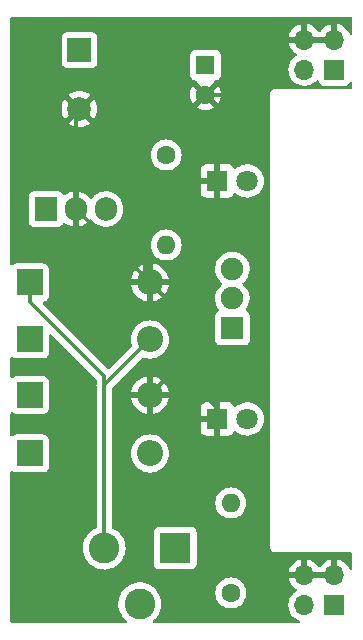
<source format=gbl>
%TF.GenerationSoftware,KiCad,Pcbnew,(6.0.1)*%
%TF.CreationDate,2022-04-22T15:44:46-05:00*%
%TF.ProjectId,BreadboardPowerSupply_v2,42726561-6462-46f6-9172-64506f776572,2*%
%TF.SameCoordinates,Original*%
%TF.FileFunction,Copper,L2,Bot*%
%TF.FilePolarity,Positive*%
%FSLAX46Y46*%
G04 Gerber Fmt 4.6, Leading zero omitted, Abs format (unit mm)*
G04 Created by KiCad (PCBNEW (6.0.1)) date 2022-04-22 15:44:46*
%MOMM*%
%LPD*%
G01*
G04 APERTURE LIST*
%TA.AperFunction,ComponentPad*%
%ADD10R,1.700000X1.700000*%
%TD*%
%TA.AperFunction,ComponentPad*%
%ADD11O,1.700000X1.700000*%
%TD*%
%TA.AperFunction,ComponentPad*%
%ADD12R,1.600000X1.600000*%
%TD*%
%TA.AperFunction,ComponentPad*%
%ADD13C,1.600000*%
%TD*%
%TA.AperFunction,ComponentPad*%
%ADD14O,1.600000X1.600000*%
%TD*%
%TA.AperFunction,ComponentPad*%
%ADD15R,2.600000X2.600000*%
%TD*%
%TA.AperFunction,ComponentPad*%
%ADD16C,2.600000*%
%TD*%
%TA.AperFunction,ComponentPad*%
%ADD17R,2.000000X2.000000*%
%TD*%
%TA.AperFunction,ComponentPad*%
%ADD18C,2.000000*%
%TD*%
%TA.AperFunction,ComponentPad*%
%ADD19R,1.905000X2.000000*%
%TD*%
%TA.AperFunction,ComponentPad*%
%ADD20O,1.905000X2.000000*%
%TD*%
%TA.AperFunction,ComponentPad*%
%ADD21R,2.200000X2.200000*%
%TD*%
%TA.AperFunction,ComponentPad*%
%ADD22O,2.200000X2.200000*%
%TD*%
%TA.AperFunction,ComponentPad*%
%ADD23R,1.800000X1.800000*%
%TD*%
%TA.AperFunction,ComponentPad*%
%ADD24C,1.800000*%
%TD*%
%TA.AperFunction,ComponentPad*%
%ADD25R,1.900000X1.900000*%
%TD*%
%TA.AperFunction,ComponentPad*%
%ADD26C,1.900000*%
%TD*%
%TA.AperFunction,Conductor*%
%ADD27C,0.300000*%
%TD*%
G04 APERTURE END LIST*
D10*
%TO.P,J2,1,Pin_1*%
%TO.N,/Vout2*%
X167772000Y-113924000D03*
D11*
%TO.P,J2,2,Pin_2*%
X165232000Y-113924000D03*
%TO.P,J2,3,Pin_3*%
%TO.N,/V-*%
X167772000Y-111384000D03*
%TO.P,J2,4,Pin_4*%
X165232000Y-111384000D03*
%TD*%
D12*
%TO.P,C2,1*%
%TO.N,/Vout1*%
X156845000Y-68199000D03*
D13*
%TO.P,C2,2*%
%TO.N,/V-*%
X156845000Y-70699000D03*
%TD*%
%TO.P,R1,1*%
%TO.N,/Vout1*%
X159004000Y-112903000D03*
D14*
%TO.P,R1,2*%
%TO.N,Net-(D5-Pad2)*%
X159004000Y-105283000D03*
%TD*%
D15*
%TO.P,J1,1*%
%TO.N,/V1*%
X154282000Y-109105000D03*
D16*
%TO.P,J1,2*%
%TO.N,/V2*%
X148282000Y-109105000D03*
%TO.P,J1,3*%
%TO.N,unconnected-(J1-Pad3)*%
X151282000Y-113805000D03*
%TD*%
D17*
%TO.P,C1,1*%
%TO.N,/Vin*%
X146177000Y-66929000D03*
D18*
%TO.P,C1,2*%
%TO.N,/V-*%
X146177000Y-71929000D03*
%TD*%
D19*
%TO.P,U1,1,VI*%
%TO.N,/Vin*%
X143346000Y-80391000D03*
D20*
%TO.P,U1,2,GND*%
%TO.N,/V-*%
X145886000Y-80391000D03*
%TO.P,U1,3,VO*%
%TO.N,/Vout1*%
X148426000Y-80391000D03*
%TD*%
D21*
%TO.P,D1,1,K*%
%TO.N,/Vin*%
X141986000Y-101092000D03*
D22*
%TO.P,D1,2,A*%
%TO.N,/V1*%
X152146000Y-101092000D03*
%TD*%
D21*
%TO.P,D2,1,K*%
%TO.N,/V1*%
X141986000Y-96139000D03*
D22*
%TO.P,D2,2,A*%
%TO.N,/V-*%
X152146000Y-96139000D03*
%TD*%
D23*
%TO.P,D5,1,K*%
%TO.N,/V-*%
X157856000Y-98164000D03*
D24*
%TO.P,D5,2,A*%
%TO.N,Net-(D5-Pad2)*%
X160396000Y-98164000D03*
%TD*%
D21*
%TO.P,D3,1,K*%
%TO.N,/Vin*%
X141986000Y-91440000D03*
D22*
%TO.P,D3,2,A*%
%TO.N,/V2*%
X152146000Y-91440000D03*
%TD*%
D13*
%TO.P,R2,1*%
%TO.N,/Vout2*%
X153521000Y-75819000D03*
D14*
%TO.P,R2,2*%
%TO.N,Net-(D6-Pad2)*%
X153521000Y-83439000D03*
%TD*%
D10*
%TO.P,J3,1,Pin_1*%
%TO.N,/Vout2*%
X167772000Y-68585000D03*
D11*
%TO.P,J3,2,Pin_2*%
X165232000Y-68585000D03*
%TO.P,J3,3,Pin_3*%
%TO.N,/V-*%
X167772000Y-66045000D03*
%TO.P,J3,4,Pin_4*%
X165232000Y-66045000D03*
%TD*%
D25*
%TO.P,SW1,1,A*%
%TO.N,/Vout2*%
X159131000Y-90468000D03*
D26*
%TO.P,SW1,2,B*%
%TO.N,/Vout1*%
X159131000Y-87968000D03*
%TO.P,SW1,3,C*%
%TO.N,unconnected-(SW1-Pad3)*%
X159131000Y-85468000D03*
%TD*%
D21*
%TO.P,D4,1,K*%
%TO.N,/V2*%
X141986000Y-86614000D03*
D22*
%TO.P,D4,2,A*%
%TO.N,/V-*%
X152146000Y-86614000D03*
%TD*%
D23*
%TO.P,D6,1,K*%
%TO.N,/V-*%
X157856000Y-78012000D03*
D24*
%TO.P,D6,2,A*%
%TO.N,Net-(D6-Pad2)*%
X160396000Y-78012000D03*
%TD*%
D27*
%TO.N,/V-*%
X151765000Y-81280000D02*
X155033000Y-78012000D01*
X155321000Y-91884500D02*
X153543000Y-93662500D01*
X157856000Y-100325000D02*
X161290000Y-103759000D01*
X157856000Y-98164000D02*
X157856000Y-100325000D01*
X145886000Y-80391000D02*
X145886000Y-72220000D01*
X161925000Y-109156500D02*
X161925000Y-110363000D01*
X145886000Y-72220000D02*
X146177000Y-71929000D01*
X161290000Y-108521500D02*
X161925000Y-109156500D01*
X152146000Y-86614000D02*
X155321000Y-89789000D01*
X165232000Y-66045000D02*
X167772000Y-66045000D01*
X145923000Y-80391000D02*
X145886000Y-80391000D01*
X152146000Y-86614000D02*
X151765000Y-86233000D01*
X153543000Y-93662500D02*
X153543000Y-94742000D01*
X161925000Y-110363000D02*
X162946000Y-111384000D01*
X151765000Y-86233000D02*
X151765000Y-81280000D01*
X156718000Y-96139000D02*
X157856000Y-97277000D01*
X157856000Y-97277000D02*
X157856000Y-98164000D01*
X152146000Y-96139000D02*
X156718000Y-96139000D01*
X153543000Y-94742000D02*
X152146000Y-96139000D01*
X155321000Y-89789000D02*
X155321000Y-91884500D01*
X163449000Y-66040000D02*
X163454000Y-66045000D01*
X157856000Y-78012000D02*
X157856000Y-71710000D01*
X156845000Y-70699000D02*
X158790000Y-70699000D01*
X161290000Y-103759000D02*
X161290000Y-108521500D01*
X165232000Y-111384000D02*
X167772000Y-111384000D01*
X163454000Y-66045000D02*
X165232000Y-66045000D01*
X152146000Y-86614000D02*
X145923000Y-80391000D01*
X158790000Y-70699000D02*
X163449000Y-66040000D01*
X162946000Y-111384000D02*
X165232000Y-111384000D01*
X155033000Y-78012000D02*
X157856000Y-78012000D01*
X157856000Y-71710000D02*
X156845000Y-70699000D01*
%TO.N,/V2*%
X141986000Y-88265000D02*
X141986000Y-86614000D01*
X148282000Y-109105000D02*
X148282000Y-95304000D01*
X148282000Y-94561000D02*
X141986000Y-88265000D01*
X148282000Y-95304000D02*
X152146000Y-91440000D01*
X148282000Y-95304000D02*
X148282000Y-94561000D01*
%TD*%
%TA.AperFunction,Conductor*%
%TO.N,/V-*%
G36*
X169233121Y-64155002D02*
G01*
X169279614Y-64208658D01*
X169291000Y-64261000D01*
X169291000Y-65526861D01*
X169270998Y-65594982D01*
X169217342Y-65641475D01*
X169147068Y-65651579D01*
X169082488Y-65622085D01*
X169049450Y-65577103D01*
X168974972Y-65405814D01*
X168970105Y-65396739D01*
X168854426Y-65217926D01*
X168848136Y-65209757D01*
X168704806Y-65052240D01*
X168697273Y-65045215D01*
X168530139Y-64913222D01*
X168521552Y-64907517D01*
X168335117Y-64804599D01*
X168325705Y-64800369D01*
X168124959Y-64729280D01*
X168114988Y-64726646D01*
X168043837Y-64713972D01*
X168030540Y-64715432D01*
X168026000Y-64729989D01*
X168026000Y-66173000D01*
X168005998Y-66241121D01*
X167952342Y-66287614D01*
X167900000Y-66299000D01*
X163915225Y-66299000D01*
X163901694Y-66302973D01*
X163900257Y-66312966D01*
X163930565Y-66447446D01*
X163933645Y-66457275D01*
X164013770Y-66654603D01*
X164018413Y-66663794D01*
X164129694Y-66845388D01*
X164135777Y-66853699D01*
X164275213Y-67014667D01*
X164282580Y-67021883D01*
X164446434Y-67157916D01*
X164454881Y-67163831D01*
X164523969Y-67204203D01*
X164572693Y-67255842D01*
X164585764Y-67325625D01*
X164559033Y-67391396D01*
X164518584Y-67424752D01*
X164505607Y-67431507D01*
X164501474Y-67434610D01*
X164501471Y-67434612D01*
X164331100Y-67562530D01*
X164326965Y-67565635D01*
X164287525Y-67606907D01*
X164233280Y-67663671D01*
X164172629Y-67727138D01*
X164046743Y-67911680D01*
X164014784Y-67980531D01*
X163987497Y-68039316D01*
X163952688Y-68114305D01*
X163892989Y-68329570D01*
X163869251Y-68551695D01*
X163882110Y-68774715D01*
X163883247Y-68779761D01*
X163883248Y-68779767D01*
X163907304Y-68886508D01*
X163931222Y-68992639D01*
X164015266Y-69199616D01*
X164017965Y-69204020D01*
X164114935Y-69362261D01*
X164131987Y-69390088D01*
X164278250Y-69558938D01*
X164450126Y-69701632D01*
X164643000Y-69814338D01*
X164851692Y-69894030D01*
X164856760Y-69895061D01*
X164856763Y-69895062D01*
X164964017Y-69916883D01*
X165070597Y-69938567D01*
X165075772Y-69938757D01*
X165075774Y-69938757D01*
X165288673Y-69946564D01*
X165288677Y-69946564D01*
X165293837Y-69946753D01*
X165298957Y-69946097D01*
X165298959Y-69946097D01*
X165510288Y-69919025D01*
X165510289Y-69919025D01*
X165515416Y-69918368D01*
X165520366Y-69916883D01*
X165724429Y-69855661D01*
X165724434Y-69855659D01*
X165729384Y-69854174D01*
X165929994Y-69755896D01*
X166111860Y-69626173D01*
X166220091Y-69518319D01*
X166282462Y-69484404D01*
X166353268Y-69489592D01*
X166410030Y-69532238D01*
X166427012Y-69563341D01*
X166435973Y-69587245D01*
X166471385Y-69681705D01*
X166558739Y-69798261D01*
X166675295Y-69885615D01*
X166811684Y-69936745D01*
X166873866Y-69943500D01*
X168670134Y-69943500D01*
X168732316Y-69936745D01*
X168868705Y-69885615D01*
X168985261Y-69798261D01*
X169027563Y-69741818D01*
X169064174Y-69692968D01*
X169121033Y-69650453D01*
X169191852Y-69645427D01*
X169254145Y-69679487D01*
X169288135Y-69741818D01*
X169291000Y-69768533D01*
X169291000Y-70105000D01*
X169270998Y-70173121D01*
X169217342Y-70219614D01*
X169165000Y-70231000D01*
X162822702Y-70231000D01*
X162821932Y-70230998D01*
X162821078Y-70230993D01*
X162744348Y-70230524D01*
X162735719Y-70232990D01*
X162735714Y-70232991D01*
X162715952Y-70238639D01*
X162699191Y-70242217D01*
X162678848Y-70245130D01*
X162678838Y-70245133D01*
X162669955Y-70246405D01*
X162646605Y-70257021D01*
X162629093Y-70263464D01*
X162616200Y-70267149D01*
X162604435Y-70270512D01*
X162579452Y-70286274D01*
X162564386Y-70294404D01*
X162537490Y-70306633D01*
X162518061Y-70323374D01*
X162503053Y-70334479D01*
X162481369Y-70348160D01*
X162475427Y-70354888D01*
X162461819Y-70370296D01*
X162449627Y-70382340D01*
X162427253Y-70401619D01*
X162422374Y-70409147D01*
X162422371Y-70409150D01*
X162413304Y-70423139D01*
X162402014Y-70438013D01*
X162385044Y-70457228D01*
X162372490Y-70483966D01*
X162364176Y-70498935D01*
X162348107Y-70523727D01*
X162345535Y-70532327D01*
X162340761Y-70548290D01*
X162334099Y-70565736D01*
X162323201Y-70588948D01*
X162321820Y-70597821D01*
X162318658Y-70618128D01*
X162314874Y-70634849D01*
X162308986Y-70654536D01*
X162308985Y-70654539D01*
X162306413Y-70663141D01*
X162306228Y-70693525D01*
X162306203Y-70697546D01*
X162306170Y-70698328D01*
X162306000Y-70699423D01*
X162306000Y-70730298D01*
X162305998Y-70731068D01*
X162305524Y-70808652D01*
X162305908Y-70809996D01*
X162306000Y-70811341D01*
X162306000Y-108957298D01*
X162305998Y-108958068D01*
X162305524Y-109035652D01*
X162307990Y-109044281D01*
X162307991Y-109044286D01*
X162313639Y-109064048D01*
X162317217Y-109080809D01*
X162320130Y-109101152D01*
X162320133Y-109101162D01*
X162321405Y-109110045D01*
X162332021Y-109133395D01*
X162338464Y-109150907D01*
X162345512Y-109175565D01*
X162361274Y-109200548D01*
X162369404Y-109215614D01*
X162381633Y-109242510D01*
X162398374Y-109261939D01*
X162409479Y-109276947D01*
X162423160Y-109298631D01*
X162429888Y-109304573D01*
X162445296Y-109318181D01*
X162457340Y-109330373D01*
X162476619Y-109352747D01*
X162484147Y-109357626D01*
X162484150Y-109357629D01*
X162498139Y-109366696D01*
X162513013Y-109377986D01*
X162532228Y-109394956D01*
X162540354Y-109398771D01*
X162540355Y-109398772D01*
X162546021Y-109401432D01*
X162558966Y-109407510D01*
X162573935Y-109415824D01*
X162598727Y-109431893D01*
X162607327Y-109434465D01*
X162623290Y-109439239D01*
X162640736Y-109445901D01*
X162663948Y-109456799D01*
X162693130Y-109461343D01*
X162709849Y-109465126D01*
X162729536Y-109471014D01*
X162729539Y-109471015D01*
X162738141Y-109473587D01*
X162747116Y-109473642D01*
X162747117Y-109473642D01*
X162753810Y-109473683D01*
X162772556Y-109473797D01*
X162773328Y-109473830D01*
X162774423Y-109474000D01*
X162805298Y-109474000D01*
X162806068Y-109474002D01*
X162879716Y-109474452D01*
X162879717Y-109474452D01*
X162883652Y-109474476D01*
X162884996Y-109474092D01*
X162886341Y-109474000D01*
X169165000Y-109474000D01*
X169233121Y-109494002D01*
X169279614Y-109547658D01*
X169291000Y-109600000D01*
X169291000Y-110865861D01*
X169270998Y-110933982D01*
X169217342Y-110980475D01*
X169147068Y-110990579D01*
X169082488Y-110961085D01*
X169049450Y-110916103D01*
X168974972Y-110744814D01*
X168970105Y-110735739D01*
X168854426Y-110556926D01*
X168848136Y-110548757D01*
X168704806Y-110391240D01*
X168697273Y-110384215D01*
X168530139Y-110252222D01*
X168521552Y-110246517D01*
X168335117Y-110143599D01*
X168325705Y-110139369D01*
X168124959Y-110068280D01*
X168114988Y-110065646D01*
X168043837Y-110052972D01*
X168030540Y-110054432D01*
X168026000Y-110068989D01*
X168026000Y-111512000D01*
X168005998Y-111580121D01*
X167952342Y-111626614D01*
X167900000Y-111638000D01*
X163915225Y-111638000D01*
X163901694Y-111641973D01*
X163900257Y-111651966D01*
X163930565Y-111786446D01*
X163933645Y-111796275D01*
X164013770Y-111993603D01*
X164018413Y-112002794D01*
X164129694Y-112184388D01*
X164135777Y-112192699D01*
X164275213Y-112353667D01*
X164282580Y-112360883D01*
X164446434Y-112496916D01*
X164454881Y-112502831D01*
X164523969Y-112543203D01*
X164572693Y-112594842D01*
X164585764Y-112664625D01*
X164559033Y-112730396D01*
X164518584Y-112763752D01*
X164505607Y-112770507D01*
X164501474Y-112773610D01*
X164501471Y-112773612D01*
X164331100Y-112901530D01*
X164326965Y-112904635D01*
X164287525Y-112945907D01*
X164233280Y-113002671D01*
X164172629Y-113066138D01*
X164046743Y-113250680D01*
X163952688Y-113453305D01*
X163892989Y-113668570D01*
X163869251Y-113890695D01*
X163869548Y-113895848D01*
X163869548Y-113895851D01*
X163877318Y-114030604D01*
X163882110Y-114113715D01*
X163883247Y-114118761D01*
X163883248Y-114118767D01*
X163905273Y-114216498D01*
X163931222Y-114331639D01*
X164015266Y-114538616D01*
X164131987Y-114729088D01*
X164278250Y-114897938D01*
X164450126Y-115040632D01*
X164643000Y-115153338D01*
X164647825Y-115155180D01*
X164647826Y-115155181D01*
X164763336Y-115199290D01*
X164819839Y-115242278D01*
X164844132Y-115308989D01*
X164828502Y-115378243D01*
X164777911Y-115428054D01*
X164718387Y-115443000D01*
X152490091Y-115443000D01*
X152421970Y-115422998D01*
X152375477Y-115369342D01*
X152365373Y-115299068D01*
X152394867Y-115234488D01*
X152408679Y-115220833D01*
X152422090Y-115209480D01*
X152553149Y-115098530D01*
X152730382Y-114896434D01*
X152774020Y-114828592D01*
X152873269Y-114674291D01*
X152875797Y-114670361D01*
X152986199Y-114425278D01*
X153023209Y-114294051D01*
X153057893Y-114171072D01*
X153057894Y-114171069D01*
X153059163Y-114166568D01*
X153077043Y-114026019D01*
X153092688Y-113903045D01*
X153092688Y-113903041D01*
X153093086Y-113899915D01*
X153093193Y-113895851D01*
X153095488Y-113808160D01*
X153095571Y-113805000D01*
X153075650Y-113536937D01*
X153057856Y-113458297D01*
X153017361Y-113279331D01*
X153017360Y-113279326D01*
X153016327Y-113274763D01*
X152918902Y-113024238D01*
X152849609Y-112903000D01*
X157690502Y-112903000D01*
X157710457Y-113131087D01*
X157711881Y-113136400D01*
X157711881Y-113136402D01*
X157747787Y-113270402D01*
X157769716Y-113352243D01*
X157772039Y-113357224D01*
X157772039Y-113357225D01*
X157864151Y-113554762D01*
X157864154Y-113554767D01*
X157866477Y-113559749D01*
X157869634Y-113564257D01*
X157942675Y-113668570D01*
X157997802Y-113747300D01*
X158159700Y-113909198D01*
X158164208Y-113912355D01*
X158164211Y-113912357D01*
X158242389Y-113967098D01*
X158347251Y-114040523D01*
X158352233Y-114042846D01*
X158352238Y-114042849D01*
X158549775Y-114134961D01*
X158554757Y-114137284D01*
X158560065Y-114138706D01*
X158560067Y-114138707D01*
X158770598Y-114195119D01*
X158770600Y-114195119D01*
X158775913Y-114196543D01*
X159004000Y-114216498D01*
X159232087Y-114196543D01*
X159237400Y-114195119D01*
X159237402Y-114195119D01*
X159447933Y-114138707D01*
X159447935Y-114138706D01*
X159453243Y-114137284D01*
X159458225Y-114134961D01*
X159655762Y-114042849D01*
X159655767Y-114042846D01*
X159660749Y-114040523D01*
X159765611Y-113967098D01*
X159843789Y-113912357D01*
X159843792Y-113912355D01*
X159848300Y-113909198D01*
X160010198Y-113747300D01*
X160065326Y-113668570D01*
X160138366Y-113564257D01*
X160141523Y-113559749D01*
X160143846Y-113554767D01*
X160143849Y-113554762D01*
X160235961Y-113357225D01*
X160235961Y-113357224D01*
X160238284Y-113352243D01*
X160260214Y-113270402D01*
X160296119Y-113136402D01*
X160296119Y-113136400D01*
X160297543Y-113131087D01*
X160317498Y-112903000D01*
X160297543Y-112674913D01*
X160296119Y-112669598D01*
X160239707Y-112459067D01*
X160239706Y-112459065D01*
X160238284Y-112453757D01*
X160235961Y-112448775D01*
X160143849Y-112251238D01*
X160143846Y-112251233D01*
X160141523Y-112246251D01*
X160010198Y-112058700D01*
X159848300Y-111896802D01*
X159843792Y-111893645D01*
X159843789Y-111893643D01*
X159695924Y-111790107D01*
X159660749Y-111765477D01*
X159655767Y-111763154D01*
X159655762Y-111763151D01*
X159458225Y-111671039D01*
X159458224Y-111671039D01*
X159453243Y-111668716D01*
X159447935Y-111667294D01*
X159447933Y-111667293D01*
X159237402Y-111610881D01*
X159237400Y-111610881D01*
X159232087Y-111609457D01*
X159004000Y-111589502D01*
X158775913Y-111609457D01*
X158770600Y-111610881D01*
X158770598Y-111610881D01*
X158560067Y-111667293D01*
X158560065Y-111667294D01*
X158554757Y-111668716D01*
X158549776Y-111671039D01*
X158549775Y-111671039D01*
X158352238Y-111763151D01*
X158352233Y-111763154D01*
X158347251Y-111765477D01*
X158312076Y-111790107D01*
X158164211Y-111893643D01*
X158164208Y-111893645D01*
X158159700Y-111896802D01*
X157997802Y-112058700D01*
X157866477Y-112246251D01*
X157864154Y-112251233D01*
X157864151Y-112251238D01*
X157772039Y-112448775D01*
X157769716Y-112453757D01*
X157768294Y-112459065D01*
X157768293Y-112459067D01*
X157711881Y-112669598D01*
X157710457Y-112674913D01*
X157690502Y-112903000D01*
X152849609Y-112903000D01*
X152785518Y-112790864D01*
X152781764Y-112786101D01*
X152671044Y-112645654D01*
X152619105Y-112579769D01*
X152423317Y-112395591D01*
X152232139Y-112262965D01*
X152206299Y-112245039D01*
X152206296Y-112245037D01*
X152202457Y-112242374D01*
X152198264Y-112240306D01*
X151965564Y-112125551D01*
X151965561Y-112125550D01*
X151961376Y-112123486D01*
X151913745Y-112108239D01*
X151829221Y-112081183D01*
X151705370Y-112041538D01*
X151700763Y-112040788D01*
X151700760Y-112040787D01*
X151444674Y-111999081D01*
X151444675Y-111999081D01*
X151440063Y-111998330D01*
X151309719Y-111996624D01*
X151175961Y-111994873D01*
X151175958Y-111994873D01*
X151171284Y-111994812D01*
X150904937Y-112031060D01*
X150646874Y-112106278D01*
X150402763Y-112218815D01*
X150398854Y-112221378D01*
X150181881Y-112363631D01*
X150181876Y-112363635D01*
X150177968Y-112366197D01*
X149977426Y-112545188D01*
X149805544Y-112751854D01*
X149666096Y-112981656D01*
X149664287Y-112985970D01*
X149664285Y-112985974D01*
X149603435Y-113131087D01*
X149562148Y-113229545D01*
X149495981Y-113490077D01*
X149469050Y-113757526D01*
X149481947Y-114026019D01*
X149534388Y-114289656D01*
X149625220Y-114542646D01*
X149627432Y-114546762D01*
X149627433Y-114546765D01*
X149670049Y-114626077D01*
X149752450Y-114779431D01*
X149755241Y-114783168D01*
X149755245Y-114783175D01*
X149785286Y-114823404D01*
X149913281Y-114994810D01*
X149916590Y-114998090D01*
X149916595Y-114998096D01*
X150075058Y-115155181D01*
X150104180Y-115184050D01*
X150107942Y-115186808D01*
X150107945Y-115186811D01*
X150146920Y-115215388D01*
X150190028Y-115271799D01*
X150195795Y-115342560D01*
X150162390Y-115405207D01*
X150100418Y-115439849D01*
X150072415Y-115443000D01*
X140461000Y-115443000D01*
X140392879Y-115422998D01*
X140346386Y-115369342D01*
X140335000Y-115317000D01*
X140335000Y-111118183D01*
X163896389Y-111118183D01*
X163897912Y-111126607D01*
X163910292Y-111130000D01*
X164959885Y-111130000D01*
X164975124Y-111125525D01*
X164976329Y-111124135D01*
X164978000Y-111116452D01*
X164978000Y-111111885D01*
X165486000Y-111111885D01*
X165490475Y-111127124D01*
X165491865Y-111128329D01*
X165499548Y-111130000D01*
X167499885Y-111130000D01*
X167515124Y-111125525D01*
X167516329Y-111124135D01*
X167518000Y-111116452D01*
X167518000Y-110067102D01*
X167514082Y-110053758D01*
X167499806Y-110051771D01*
X167461324Y-110057660D01*
X167451288Y-110060051D01*
X167248868Y-110126212D01*
X167239359Y-110130209D01*
X167050463Y-110228542D01*
X167041738Y-110234036D01*
X166871433Y-110361905D01*
X166863726Y-110368748D01*
X166716590Y-110522717D01*
X166710104Y-110530727D01*
X166605193Y-110684521D01*
X166550282Y-110729524D01*
X166479757Y-110737695D01*
X166416010Y-110706441D01*
X166395313Y-110681957D01*
X166314427Y-110556926D01*
X166308136Y-110548757D01*
X166164806Y-110391240D01*
X166157273Y-110384215D01*
X165990139Y-110252222D01*
X165981552Y-110246517D01*
X165795117Y-110143599D01*
X165785705Y-110139369D01*
X165584959Y-110068280D01*
X165574988Y-110065646D01*
X165503837Y-110052972D01*
X165490540Y-110054432D01*
X165486000Y-110068989D01*
X165486000Y-111111885D01*
X164978000Y-111111885D01*
X164978000Y-110067102D01*
X164974082Y-110053758D01*
X164959806Y-110051771D01*
X164921324Y-110057660D01*
X164911288Y-110060051D01*
X164708868Y-110126212D01*
X164699359Y-110130209D01*
X164510463Y-110228542D01*
X164501738Y-110234036D01*
X164331433Y-110361905D01*
X164323726Y-110368748D01*
X164176590Y-110522717D01*
X164170104Y-110530727D01*
X164050098Y-110706649D01*
X164045000Y-110715623D01*
X163955338Y-110908783D01*
X163951775Y-110918470D01*
X163896389Y-111118183D01*
X140335000Y-111118183D01*
X140335000Y-102666449D01*
X140355002Y-102598328D01*
X140408658Y-102551835D01*
X140478932Y-102541731D01*
X140536565Y-102565623D01*
X140639295Y-102642615D01*
X140775684Y-102693745D01*
X140837866Y-102700500D01*
X143134134Y-102700500D01*
X143196316Y-102693745D01*
X143332705Y-102642615D01*
X143449261Y-102555261D01*
X143536615Y-102438705D01*
X143587745Y-102302316D01*
X143594500Y-102240134D01*
X143594500Y-99943866D01*
X143587745Y-99881684D01*
X143536615Y-99745295D01*
X143449261Y-99628739D01*
X143332705Y-99541385D01*
X143196316Y-99490255D01*
X143134134Y-99483500D01*
X140837866Y-99483500D01*
X140775684Y-99490255D01*
X140639295Y-99541385D01*
X140536565Y-99618377D01*
X140470059Y-99643225D01*
X140400676Y-99628172D01*
X140350446Y-99577998D01*
X140335000Y-99517551D01*
X140335000Y-97713449D01*
X140355002Y-97645328D01*
X140408658Y-97598835D01*
X140478932Y-97588731D01*
X140536565Y-97612623D01*
X140639295Y-97689615D01*
X140775684Y-97740745D01*
X140837866Y-97747500D01*
X143134134Y-97747500D01*
X143196316Y-97740745D01*
X143332705Y-97689615D01*
X143449261Y-97602261D01*
X143536615Y-97485705D01*
X143587745Y-97349316D01*
X143594500Y-97287134D01*
X143594500Y-94990866D01*
X143587745Y-94928684D01*
X143536615Y-94792295D01*
X143449261Y-94675739D01*
X143332705Y-94588385D01*
X143196316Y-94537255D01*
X143134134Y-94530500D01*
X140837866Y-94530500D01*
X140775684Y-94537255D01*
X140639295Y-94588385D01*
X140536565Y-94665377D01*
X140470059Y-94690225D01*
X140400676Y-94675172D01*
X140350446Y-94624998D01*
X140335000Y-94564551D01*
X140335000Y-93014449D01*
X140355002Y-92946328D01*
X140408658Y-92899835D01*
X140478932Y-92889731D01*
X140536565Y-92913623D01*
X140639295Y-92990615D01*
X140775684Y-93041745D01*
X140837866Y-93048500D01*
X143134134Y-93048500D01*
X143196316Y-93041745D01*
X143332705Y-92990615D01*
X143449261Y-92903261D01*
X143536615Y-92786705D01*
X143587745Y-92650316D01*
X143594500Y-92588134D01*
X143594500Y-91108950D01*
X143614502Y-91040829D01*
X143668158Y-90994336D01*
X143738432Y-90984232D01*
X143803012Y-91013726D01*
X143809595Y-91019855D01*
X147586595Y-94796855D01*
X147620621Y-94859167D01*
X147623500Y-94885950D01*
X147623500Y-95242259D01*
X147621949Y-95261969D01*
X147618594Y-95283152D01*
X147619340Y-95291043D01*
X147622941Y-95329138D01*
X147623500Y-95340996D01*
X147623500Y-107336396D01*
X147603498Y-107404517D01*
X147550251Y-107450822D01*
X147402763Y-107518815D01*
X147398854Y-107521378D01*
X147181881Y-107663631D01*
X147181876Y-107663635D01*
X147177968Y-107666197D01*
X146977426Y-107845188D01*
X146805544Y-108051854D01*
X146666096Y-108281656D01*
X146562148Y-108529545D01*
X146495981Y-108790077D01*
X146469050Y-109057526D01*
X146469274Y-109062192D01*
X146469274Y-109062197D01*
X146474720Y-109175565D01*
X146481947Y-109326019D01*
X146534388Y-109589656D01*
X146625220Y-109842646D01*
X146752450Y-110079431D01*
X146755241Y-110083168D01*
X146755245Y-110083175D01*
X146800366Y-110143599D01*
X146913281Y-110294810D01*
X146916590Y-110298090D01*
X146916595Y-110298096D01*
X147100863Y-110480762D01*
X147104180Y-110484050D01*
X147107942Y-110486808D01*
X147107945Y-110486811D01*
X147192429Y-110548757D01*
X147320954Y-110642995D01*
X147325089Y-110645171D01*
X147325093Y-110645173D01*
X147554698Y-110765975D01*
X147558840Y-110768154D01*
X147812613Y-110856775D01*
X147817206Y-110857647D01*
X148072109Y-110906042D01*
X148072112Y-110906042D01*
X148076698Y-110906913D01*
X148204370Y-110911929D01*
X148340625Y-110917283D01*
X148340630Y-110917283D01*
X148345293Y-110917466D01*
X148449607Y-110906042D01*
X148607844Y-110888713D01*
X148607850Y-110888712D01*
X148612497Y-110888203D01*
X148617021Y-110887012D01*
X148867918Y-110820956D01*
X148867920Y-110820955D01*
X148872441Y-110819765D01*
X148979795Y-110773642D01*
X149115120Y-110715502D01*
X149115122Y-110715501D01*
X149119414Y-110713657D01*
X149238071Y-110640230D01*
X149344017Y-110574669D01*
X149344021Y-110574666D01*
X149347990Y-110572210D01*
X149488648Y-110453134D01*
X152473500Y-110453134D01*
X152480255Y-110515316D01*
X152531385Y-110651705D01*
X152618739Y-110768261D01*
X152735295Y-110855615D01*
X152871684Y-110906745D01*
X152933866Y-110913500D01*
X155630134Y-110913500D01*
X155692316Y-110906745D01*
X155828705Y-110855615D01*
X155945261Y-110768261D01*
X156032615Y-110651705D01*
X156083745Y-110515316D01*
X156090500Y-110453134D01*
X156090500Y-107756866D01*
X156083745Y-107694684D01*
X156032615Y-107558295D01*
X155945261Y-107441739D01*
X155828705Y-107354385D01*
X155692316Y-107303255D01*
X155630134Y-107296500D01*
X152933866Y-107296500D01*
X152871684Y-107303255D01*
X152735295Y-107354385D01*
X152618739Y-107441739D01*
X152531385Y-107558295D01*
X152480255Y-107694684D01*
X152473500Y-107756866D01*
X152473500Y-110453134D01*
X149488648Y-110453134D01*
X149553149Y-110398530D01*
X149730382Y-110196434D01*
X149767088Y-110139369D01*
X149873269Y-109974291D01*
X149875797Y-109970361D01*
X149986199Y-109725278D01*
X150023209Y-109594051D01*
X150057893Y-109471072D01*
X150057894Y-109471069D01*
X150059163Y-109466568D01*
X150071221Y-109371786D01*
X150092688Y-109203045D01*
X150092688Y-109203041D01*
X150093086Y-109199915D01*
X150093950Y-109166937D01*
X150095488Y-109108160D01*
X150095571Y-109105000D01*
X150075650Y-108836937D01*
X150057435Y-108756435D01*
X150017361Y-108579331D01*
X150017360Y-108579326D01*
X150016327Y-108574763D01*
X149918902Y-108324238D01*
X149785518Y-108090864D01*
X149619105Y-107879769D01*
X149423317Y-107695591D01*
X149225407Y-107558295D01*
X149206299Y-107545039D01*
X149206296Y-107545037D01*
X149202457Y-107542374D01*
X149010771Y-107447845D01*
X148958523Y-107399776D01*
X148940500Y-107334839D01*
X148940500Y-105283000D01*
X157690502Y-105283000D01*
X157710457Y-105511087D01*
X157769716Y-105732243D01*
X157772039Y-105737224D01*
X157772039Y-105737225D01*
X157864151Y-105934762D01*
X157864154Y-105934767D01*
X157866477Y-105939749D01*
X157997802Y-106127300D01*
X158159700Y-106289198D01*
X158164208Y-106292355D01*
X158164211Y-106292357D01*
X158242389Y-106347098D01*
X158347251Y-106420523D01*
X158352233Y-106422846D01*
X158352238Y-106422849D01*
X158549775Y-106514961D01*
X158554757Y-106517284D01*
X158560065Y-106518706D01*
X158560067Y-106518707D01*
X158770598Y-106575119D01*
X158770600Y-106575119D01*
X158775913Y-106576543D01*
X159004000Y-106596498D01*
X159232087Y-106576543D01*
X159237400Y-106575119D01*
X159237402Y-106575119D01*
X159447933Y-106518707D01*
X159447935Y-106518706D01*
X159453243Y-106517284D01*
X159458225Y-106514961D01*
X159655762Y-106422849D01*
X159655767Y-106422846D01*
X159660749Y-106420523D01*
X159765611Y-106347098D01*
X159843789Y-106292357D01*
X159843792Y-106292355D01*
X159848300Y-106289198D01*
X160010198Y-106127300D01*
X160141523Y-105939749D01*
X160143846Y-105934767D01*
X160143849Y-105934762D01*
X160235961Y-105737225D01*
X160235961Y-105737224D01*
X160238284Y-105732243D01*
X160297543Y-105511087D01*
X160317498Y-105283000D01*
X160297543Y-105054913D01*
X160238284Y-104833757D01*
X160235961Y-104828775D01*
X160143849Y-104631238D01*
X160143846Y-104631233D01*
X160141523Y-104626251D01*
X160010198Y-104438700D01*
X159848300Y-104276802D01*
X159843792Y-104273645D01*
X159843789Y-104273643D01*
X159765611Y-104218902D01*
X159660749Y-104145477D01*
X159655767Y-104143154D01*
X159655762Y-104143151D01*
X159458225Y-104051039D01*
X159458224Y-104051039D01*
X159453243Y-104048716D01*
X159447935Y-104047294D01*
X159447933Y-104047293D01*
X159237402Y-103990881D01*
X159237400Y-103990881D01*
X159232087Y-103989457D01*
X159004000Y-103969502D01*
X158775913Y-103989457D01*
X158770600Y-103990881D01*
X158770598Y-103990881D01*
X158560067Y-104047293D01*
X158560065Y-104047294D01*
X158554757Y-104048716D01*
X158549776Y-104051039D01*
X158549775Y-104051039D01*
X158352238Y-104143151D01*
X158352233Y-104143154D01*
X158347251Y-104145477D01*
X158242389Y-104218902D01*
X158164211Y-104273643D01*
X158164208Y-104273645D01*
X158159700Y-104276802D01*
X157997802Y-104438700D01*
X157866477Y-104626251D01*
X157864154Y-104631233D01*
X157864151Y-104631238D01*
X157772039Y-104828775D01*
X157769716Y-104833757D01*
X157710457Y-105054913D01*
X157690502Y-105283000D01*
X148940500Y-105283000D01*
X148940500Y-101092000D01*
X150532526Y-101092000D01*
X150552391Y-101344403D01*
X150611495Y-101590591D01*
X150708384Y-101824502D01*
X150840672Y-102040376D01*
X151005102Y-102232898D01*
X151197624Y-102397328D01*
X151413498Y-102529616D01*
X151418068Y-102531509D01*
X151418072Y-102531511D01*
X151642836Y-102624611D01*
X151647409Y-102626505D01*
X151714513Y-102642615D01*
X151888784Y-102684454D01*
X151888790Y-102684455D01*
X151893597Y-102685609D01*
X152146000Y-102705474D01*
X152398403Y-102685609D01*
X152403210Y-102684455D01*
X152403216Y-102684454D01*
X152577487Y-102642615D01*
X152644591Y-102626505D01*
X152649164Y-102624611D01*
X152873928Y-102531511D01*
X152873932Y-102531509D01*
X152878502Y-102529616D01*
X153094376Y-102397328D01*
X153286898Y-102232898D01*
X153451328Y-102040376D01*
X153583616Y-101824502D01*
X153680505Y-101590591D01*
X153739609Y-101344403D01*
X153759474Y-101092000D01*
X153739609Y-100839597D01*
X153680505Y-100593409D01*
X153583616Y-100359498D01*
X153451328Y-100143624D01*
X153286898Y-99951102D01*
X153094376Y-99786672D01*
X152878502Y-99654384D01*
X152873932Y-99652491D01*
X152873928Y-99652489D01*
X152649164Y-99559389D01*
X152649162Y-99559388D01*
X152644591Y-99557495D01*
X152559968Y-99537179D01*
X152403216Y-99499546D01*
X152403210Y-99499545D01*
X152398403Y-99498391D01*
X152146000Y-99478526D01*
X151893597Y-99498391D01*
X151888790Y-99499545D01*
X151888784Y-99499546D01*
X151732032Y-99537179D01*
X151647409Y-99557495D01*
X151642838Y-99559388D01*
X151642836Y-99559389D01*
X151418072Y-99652489D01*
X151418068Y-99652491D01*
X151413498Y-99654384D01*
X151197624Y-99786672D01*
X151005102Y-99951102D01*
X150840672Y-100143624D01*
X150708384Y-100359498D01*
X150611495Y-100593409D01*
X150552391Y-100839597D01*
X150532526Y-101092000D01*
X148940500Y-101092000D01*
X148940500Y-99108669D01*
X156448001Y-99108669D01*
X156448371Y-99115490D01*
X156453895Y-99166352D01*
X156457521Y-99181604D01*
X156502676Y-99302054D01*
X156511214Y-99317649D01*
X156587715Y-99419724D01*
X156600276Y-99432285D01*
X156702351Y-99508786D01*
X156717946Y-99517324D01*
X156838394Y-99562478D01*
X156853649Y-99566105D01*
X156904514Y-99571631D01*
X156911328Y-99572000D01*
X157583885Y-99572000D01*
X157599124Y-99567525D01*
X157600329Y-99566135D01*
X157602000Y-99558452D01*
X157602000Y-99553884D01*
X158110000Y-99553884D01*
X158114475Y-99569123D01*
X158115865Y-99570328D01*
X158123548Y-99571999D01*
X158800669Y-99571999D01*
X158807490Y-99571629D01*
X158858352Y-99566105D01*
X158873604Y-99562479D01*
X158994054Y-99517324D01*
X159009649Y-99508786D01*
X159111724Y-99432285D01*
X159124285Y-99419724D01*
X159200786Y-99317649D01*
X159209324Y-99302054D01*
X159230773Y-99244840D01*
X159273415Y-99188075D01*
X159339977Y-99163376D01*
X159409325Y-99178584D01*
X159429240Y-99192126D01*
X159585349Y-99321730D01*
X159785322Y-99438584D01*
X160001694Y-99521209D01*
X160006760Y-99522240D01*
X160006761Y-99522240D01*
X160059846Y-99533040D01*
X160228656Y-99567385D01*
X160359324Y-99572176D01*
X160454949Y-99575683D01*
X160454953Y-99575683D01*
X160460113Y-99575872D01*
X160465233Y-99575216D01*
X160465235Y-99575216D01*
X160564668Y-99562478D01*
X160689847Y-99546442D01*
X160694795Y-99544957D01*
X160694802Y-99544956D01*
X160906747Y-99481369D01*
X160911690Y-99479886D01*
X160992236Y-99440427D01*
X161115049Y-99380262D01*
X161115052Y-99380260D01*
X161119684Y-99377991D01*
X161308243Y-99243494D01*
X161472303Y-99080005D01*
X161607458Y-98891917D01*
X161710078Y-98684280D01*
X161777408Y-98462671D01*
X161807640Y-98233041D01*
X161809327Y-98164000D01*
X161803032Y-98087434D01*
X161790773Y-97938318D01*
X161790772Y-97938312D01*
X161790349Y-97933167D01*
X161743620Y-97747131D01*
X161735184Y-97713544D01*
X161735183Y-97713540D01*
X161733925Y-97708533D01*
X161725699Y-97689615D01*
X161643630Y-97500868D01*
X161643628Y-97500865D01*
X161641570Y-97496131D01*
X161515764Y-97301665D01*
X161359887Y-97130358D01*
X161355836Y-97127159D01*
X161355832Y-97127155D01*
X161182177Y-96990011D01*
X161182172Y-96990008D01*
X161178123Y-96986810D01*
X161173607Y-96984317D01*
X161173604Y-96984315D01*
X160979879Y-96877373D01*
X160979875Y-96877371D01*
X160975355Y-96874876D01*
X160970486Y-96873152D01*
X160970482Y-96873150D01*
X160761903Y-96799288D01*
X160761899Y-96799287D01*
X160757028Y-96797562D01*
X160751935Y-96796655D01*
X160751932Y-96796654D01*
X160534095Y-96757851D01*
X160534089Y-96757850D01*
X160529006Y-96756945D01*
X160451644Y-96756000D01*
X160302581Y-96754179D01*
X160302579Y-96754179D01*
X160297411Y-96754116D01*
X160068464Y-96789150D01*
X159848314Y-96861106D01*
X159843726Y-96863494D01*
X159843722Y-96863496D01*
X159647461Y-96965663D01*
X159642872Y-96968052D01*
X159638739Y-96971155D01*
X159638736Y-96971157D01*
X159461790Y-97104012D01*
X159457655Y-97107117D01*
X159454083Y-97110855D01*
X159439787Y-97125815D01*
X159378263Y-97161245D01*
X159307351Y-97157788D01*
X159249564Y-97116543D01*
X159230711Y-97082994D01*
X159209324Y-97025946D01*
X159200786Y-97010351D01*
X159124285Y-96908276D01*
X159111724Y-96895715D01*
X159009649Y-96819214D01*
X158994054Y-96810676D01*
X158873606Y-96765522D01*
X158858351Y-96761895D01*
X158807486Y-96756369D01*
X158800672Y-96756000D01*
X158128115Y-96756000D01*
X158112876Y-96760475D01*
X158111671Y-96761865D01*
X158110000Y-96769548D01*
X158110000Y-99553884D01*
X157602000Y-99553884D01*
X157602000Y-98436115D01*
X157597525Y-98420876D01*
X157596135Y-98419671D01*
X157588452Y-98418000D01*
X156466116Y-98418000D01*
X156450877Y-98422475D01*
X156449672Y-98423865D01*
X156448001Y-98431548D01*
X156448001Y-99108669D01*
X148940500Y-99108669D01*
X148940500Y-97891885D01*
X156448000Y-97891885D01*
X156452475Y-97907124D01*
X156453865Y-97908329D01*
X156461548Y-97910000D01*
X157583885Y-97910000D01*
X157599124Y-97905525D01*
X157600329Y-97904135D01*
X157602000Y-97896452D01*
X157602000Y-96774116D01*
X157597525Y-96758877D01*
X157596135Y-96757672D01*
X157588452Y-96756001D01*
X156911331Y-96756001D01*
X156904510Y-96756371D01*
X156853648Y-96761895D01*
X156838396Y-96765521D01*
X156717946Y-96810676D01*
X156702351Y-96819214D01*
X156600276Y-96895715D01*
X156587715Y-96908276D01*
X156511214Y-97010351D01*
X156502676Y-97025946D01*
X156457522Y-97146394D01*
X156453895Y-97161649D01*
X156448369Y-97212514D01*
X156448000Y-97219328D01*
X156448000Y-97891885D01*
X148940500Y-97891885D01*
X148940500Y-96406431D01*
X150556512Y-96406431D01*
X150610817Y-96632624D01*
X150613866Y-96642009D01*
X150706936Y-96866700D01*
X150711417Y-96875494D01*
X150838496Y-97082867D01*
X150844289Y-97090840D01*
X151002249Y-97275787D01*
X151009213Y-97282751D01*
X151194160Y-97440711D01*
X151202133Y-97446504D01*
X151409506Y-97573583D01*
X151418300Y-97578064D01*
X151642991Y-97671134D01*
X151652376Y-97674183D01*
X151874385Y-97727483D01*
X151888470Y-97726778D01*
X151892000Y-97717899D01*
X151892000Y-97713597D01*
X152400000Y-97713597D01*
X152403973Y-97727128D01*
X152413431Y-97728488D01*
X152639624Y-97674183D01*
X152649009Y-97671134D01*
X152873700Y-97578064D01*
X152882494Y-97573583D01*
X153089867Y-97446504D01*
X153097840Y-97440711D01*
X153282787Y-97282751D01*
X153289751Y-97275787D01*
X153447711Y-97090840D01*
X153453504Y-97082867D01*
X153580583Y-96875494D01*
X153585064Y-96866700D01*
X153678134Y-96642009D01*
X153681183Y-96632624D01*
X153734483Y-96410615D01*
X153733778Y-96396530D01*
X153724899Y-96393000D01*
X152418115Y-96393000D01*
X152402876Y-96397475D01*
X152401671Y-96398865D01*
X152400000Y-96406548D01*
X152400000Y-97713597D01*
X151892000Y-97713597D01*
X151892000Y-96411115D01*
X151887525Y-96395876D01*
X151886135Y-96394671D01*
X151878452Y-96393000D01*
X150571403Y-96393000D01*
X150557872Y-96396973D01*
X150556512Y-96406431D01*
X148940500Y-96406431D01*
X148940500Y-95867385D01*
X150557517Y-95867385D01*
X150558222Y-95881470D01*
X150567101Y-95885000D01*
X151873885Y-95885000D01*
X151889124Y-95880525D01*
X151890329Y-95879135D01*
X151892000Y-95871452D01*
X151892000Y-95866885D01*
X152400000Y-95866885D01*
X152404475Y-95882124D01*
X152405865Y-95883329D01*
X152413548Y-95885000D01*
X153720597Y-95885000D01*
X153734128Y-95881027D01*
X153735488Y-95871569D01*
X153681183Y-95645376D01*
X153678134Y-95635991D01*
X153585064Y-95411300D01*
X153580583Y-95402506D01*
X153453504Y-95195133D01*
X153447711Y-95187160D01*
X153289751Y-95002213D01*
X153282787Y-94995249D01*
X153097840Y-94837289D01*
X153089867Y-94831496D01*
X152882494Y-94704417D01*
X152873700Y-94699936D01*
X152649009Y-94606866D01*
X152639624Y-94603817D01*
X152417615Y-94550517D01*
X152403530Y-94551222D01*
X152400000Y-94560101D01*
X152400000Y-95866885D01*
X151892000Y-95866885D01*
X151892000Y-94564403D01*
X151888027Y-94550872D01*
X151878569Y-94549512D01*
X151652376Y-94603817D01*
X151642991Y-94606866D01*
X151418300Y-94699936D01*
X151409506Y-94704417D01*
X151202133Y-94831496D01*
X151194160Y-94837289D01*
X151009213Y-94995249D01*
X151002249Y-95002213D01*
X150844289Y-95187160D01*
X150838496Y-95195133D01*
X150711417Y-95402506D01*
X150706936Y-95411300D01*
X150613866Y-95635991D01*
X150610817Y-95645376D01*
X150557517Y-95867385D01*
X148940500Y-95867385D01*
X148940500Y-95628950D01*
X148960502Y-95560829D01*
X148977405Y-95539855D01*
X151514130Y-93003130D01*
X151576442Y-92969104D01*
X151642161Y-92972392D01*
X151642841Y-92972613D01*
X151647409Y-92974505D01*
X151652217Y-92975659D01*
X151652216Y-92975659D01*
X151888784Y-93032454D01*
X151888790Y-93032455D01*
X151893597Y-93033609D01*
X152146000Y-93053474D01*
X152398403Y-93033609D01*
X152403210Y-93032455D01*
X152403216Y-93032454D01*
X152577487Y-92990615D01*
X152644591Y-92974505D01*
X152649164Y-92972611D01*
X152873928Y-92879511D01*
X152873932Y-92879509D01*
X152878502Y-92877616D01*
X153094376Y-92745328D01*
X153286898Y-92580898D01*
X153451328Y-92388376D01*
X153583616Y-92172502D01*
X153649853Y-92012593D01*
X153678611Y-91943164D01*
X153678612Y-91943162D01*
X153680505Y-91938591D01*
X153700821Y-91853968D01*
X153738454Y-91697216D01*
X153738455Y-91697210D01*
X153739609Y-91692403D01*
X153759474Y-91440000D01*
X153739609Y-91187597D01*
X153680505Y-90941409D01*
X153678611Y-90936836D01*
X153585511Y-90712072D01*
X153585509Y-90712068D01*
X153583616Y-90707498D01*
X153451328Y-90491624D01*
X153286898Y-90299102D01*
X153094376Y-90134672D01*
X152878502Y-90002384D01*
X152873932Y-90000491D01*
X152873928Y-90000489D01*
X152649164Y-89907389D01*
X152649162Y-89907388D01*
X152644591Y-89905495D01*
X152559968Y-89885179D01*
X152403216Y-89847546D01*
X152403210Y-89847545D01*
X152398403Y-89846391D01*
X152146000Y-89826526D01*
X151893597Y-89846391D01*
X151888790Y-89847545D01*
X151888784Y-89847546D01*
X151732032Y-89885179D01*
X151647409Y-89905495D01*
X151642838Y-89907388D01*
X151642836Y-89907389D01*
X151418072Y-90000489D01*
X151418068Y-90000491D01*
X151413498Y-90002384D01*
X151197624Y-90134672D01*
X151005102Y-90299102D01*
X150840672Y-90491624D01*
X150708384Y-90707498D01*
X150706491Y-90712068D01*
X150706489Y-90712072D01*
X150613389Y-90936836D01*
X150611495Y-90941409D01*
X150552391Y-91187597D01*
X150532526Y-91440000D01*
X150552391Y-91692403D01*
X150553545Y-91697210D01*
X150553546Y-91697216D01*
X150608592Y-91926500D01*
X150611495Y-91938591D01*
X150613385Y-91943155D01*
X150613609Y-91943843D01*
X150615635Y-92014810D01*
X150582870Y-92071871D01*
X148742595Y-93912145D01*
X148680283Y-93946171D01*
X148609467Y-93941106D01*
X148564405Y-93912145D01*
X143086132Y-88433872D01*
X143052106Y-88371560D01*
X143057171Y-88300745D01*
X143099718Y-88243909D01*
X143161620Y-88219514D01*
X143196316Y-88215745D01*
X143332705Y-88164615D01*
X143449261Y-88077261D01*
X143536615Y-87960705D01*
X143587745Y-87824316D01*
X143594500Y-87762134D01*
X143594500Y-86881431D01*
X150556512Y-86881431D01*
X150610817Y-87107624D01*
X150613866Y-87117009D01*
X150706936Y-87341700D01*
X150711417Y-87350494D01*
X150838496Y-87557867D01*
X150844289Y-87565840D01*
X151002249Y-87750787D01*
X151009213Y-87757751D01*
X151194160Y-87915711D01*
X151202133Y-87921504D01*
X151409506Y-88048583D01*
X151418300Y-88053064D01*
X151642991Y-88146134D01*
X151652376Y-88149183D01*
X151874385Y-88202483D01*
X151888470Y-88201778D01*
X151892000Y-88192899D01*
X151892000Y-88188597D01*
X152400000Y-88188597D01*
X152403973Y-88202128D01*
X152413431Y-88203488D01*
X152639624Y-88149183D01*
X152649009Y-88146134D01*
X152873700Y-88053064D01*
X152882494Y-88048583D01*
X153072341Y-87932244D01*
X157667938Y-87932244D01*
X157681744Y-88171680D01*
X157682879Y-88176717D01*
X157682880Y-88176723D01*
X157726173Y-88368831D01*
X157734470Y-88405646D01*
X157764070Y-88478542D01*
X157807200Y-88584756D01*
X157824702Y-88627859D01*
X157950014Y-88832351D01*
X157981671Y-88868896D01*
X158011152Y-88933481D01*
X158001037Y-89003753D01*
X157954535Y-89057401D01*
X157946942Y-89061911D01*
X157942697Y-89064235D01*
X157934295Y-89067385D01*
X157817739Y-89154739D01*
X157730385Y-89271295D01*
X157679255Y-89407684D01*
X157672500Y-89469866D01*
X157672500Y-91466134D01*
X157679255Y-91528316D01*
X157730385Y-91664705D01*
X157817739Y-91781261D01*
X157934295Y-91868615D01*
X158070684Y-91919745D01*
X158132866Y-91926500D01*
X160129134Y-91926500D01*
X160191316Y-91919745D01*
X160327705Y-91868615D01*
X160444261Y-91781261D01*
X160531615Y-91664705D01*
X160582745Y-91528316D01*
X160589500Y-91466134D01*
X160589500Y-89469866D01*
X160582745Y-89407684D01*
X160531615Y-89271295D01*
X160444261Y-89154739D01*
X160327705Y-89067385D01*
X160319303Y-89064235D01*
X160315089Y-89061928D01*
X160264943Y-89011670D01*
X160249930Y-88942279D01*
X160273276Y-88877883D01*
X160382445Y-88725958D01*
X160385463Y-88721758D01*
X160399190Y-88693985D01*
X160489433Y-88511392D01*
X160489434Y-88511390D01*
X160491727Y-88506750D01*
X160561447Y-88277274D01*
X160592752Y-88039492D01*
X160594499Y-87968000D01*
X160577853Y-87765531D01*
X160575271Y-87734124D01*
X160575270Y-87734118D01*
X160574847Y-87728973D01*
X160533871Y-87565840D01*
X160517679Y-87501375D01*
X160517678Y-87501371D01*
X160516420Y-87496364D01*
X160514364Y-87491634D01*
X160514361Y-87491627D01*
X160422847Y-87281159D01*
X160422845Y-87281156D01*
X160420787Y-87276422D01*
X160403574Y-87249814D01*
X160293325Y-87079396D01*
X160293323Y-87079393D01*
X160290515Y-87075053D01*
X160261580Y-87043253D01*
X160132582Y-86901487D01*
X160132580Y-86901486D01*
X160129104Y-86897665D01*
X160125053Y-86894466D01*
X160125049Y-86894462D01*
X160027946Y-86817775D01*
X159986883Y-86759858D01*
X159983651Y-86688935D01*
X160019276Y-86627523D01*
X160032869Y-86616314D01*
X160071424Y-86588813D01*
X160075627Y-86585815D01*
X160245511Y-86416523D01*
X160385463Y-86221758D01*
X160434240Y-86123067D01*
X160489433Y-86011392D01*
X160489434Y-86011390D01*
X160491727Y-86006750D01*
X160561447Y-85777274D01*
X160592752Y-85539492D01*
X160594499Y-85468000D01*
X160577407Y-85260109D01*
X160575271Y-85234124D01*
X160575270Y-85234118D01*
X160574847Y-85228973D01*
X160542451Y-85099998D01*
X160517679Y-85001375D01*
X160517678Y-85001371D01*
X160516420Y-84996364D01*
X160514364Y-84991634D01*
X160514361Y-84991627D01*
X160422847Y-84781159D01*
X160422845Y-84781156D01*
X160420787Y-84776422D01*
X160403574Y-84749814D01*
X160293325Y-84579396D01*
X160293323Y-84579393D01*
X160290515Y-84575053D01*
X160261580Y-84543253D01*
X160132582Y-84401487D01*
X160132580Y-84401486D01*
X160129104Y-84397665D01*
X160125053Y-84394466D01*
X160125049Y-84394462D01*
X159944946Y-84252226D01*
X159940888Y-84249021D01*
X159730922Y-84133113D01*
X159608458Y-84089746D01*
X159509720Y-84054781D01*
X159509716Y-84054780D01*
X159504845Y-84053055D01*
X159499752Y-84052148D01*
X159499749Y-84052147D01*
X159273816Y-84011902D01*
X159273810Y-84011901D01*
X159268727Y-84010996D01*
X159181460Y-84009930D01*
X159034081Y-84008129D01*
X159034079Y-84008129D01*
X159028911Y-84008066D01*
X158791837Y-84044343D01*
X158563871Y-84118854D01*
X158351136Y-84229597D01*
X158347003Y-84232700D01*
X158347000Y-84232702D01*
X158279610Y-84283300D01*
X158159345Y-84373598D01*
X157993648Y-84546990D01*
X157990734Y-84551262D01*
X157990733Y-84551263D01*
X157974505Y-84575053D01*
X157858495Y-84745117D01*
X157757516Y-84962656D01*
X157730456Y-85060233D01*
X157701340Y-85165225D01*
X157693424Y-85193768D01*
X157667938Y-85432244D01*
X157668235Y-85437396D01*
X157668235Y-85437400D01*
X157670129Y-85470249D01*
X157681744Y-85671680D01*
X157734470Y-85905646D01*
X157736419Y-85910445D01*
X157817853Y-86110991D01*
X157824702Y-86127859D01*
X157950014Y-86332351D01*
X157953398Y-86336257D01*
X157953399Y-86336259D01*
X157971473Y-86357124D01*
X158107043Y-86513630D01*
X158230727Y-86616314D01*
X158236807Y-86621362D01*
X158276442Y-86680264D01*
X158277940Y-86751245D01*
X158240825Y-86811768D01*
X158231975Y-86819066D01*
X158166801Y-86868000D01*
X158159345Y-86873598D01*
X157993648Y-87046990D01*
X157858495Y-87245117D01*
X157757516Y-87462656D01*
X157693424Y-87693768D01*
X157667938Y-87932244D01*
X153072341Y-87932244D01*
X153089867Y-87921504D01*
X153097840Y-87915711D01*
X153282787Y-87757751D01*
X153289751Y-87750787D01*
X153447711Y-87565840D01*
X153453504Y-87557867D01*
X153580583Y-87350494D01*
X153585064Y-87341700D01*
X153678134Y-87117009D01*
X153681183Y-87107624D01*
X153734483Y-86885615D01*
X153733778Y-86871530D01*
X153724899Y-86868000D01*
X152418115Y-86868000D01*
X152402876Y-86872475D01*
X152401671Y-86873865D01*
X152400000Y-86881548D01*
X152400000Y-88188597D01*
X151892000Y-88188597D01*
X151892000Y-86886115D01*
X151887525Y-86870876D01*
X151886135Y-86869671D01*
X151878452Y-86868000D01*
X150571403Y-86868000D01*
X150557872Y-86871973D01*
X150556512Y-86881431D01*
X143594500Y-86881431D01*
X143594500Y-86342385D01*
X150557517Y-86342385D01*
X150558222Y-86356470D01*
X150567101Y-86360000D01*
X151873885Y-86360000D01*
X151889124Y-86355525D01*
X151890329Y-86354135D01*
X151892000Y-86346452D01*
X151892000Y-86341885D01*
X152400000Y-86341885D01*
X152404475Y-86357124D01*
X152405865Y-86358329D01*
X152413548Y-86360000D01*
X153720597Y-86360000D01*
X153734128Y-86356027D01*
X153735488Y-86346569D01*
X153681183Y-86120376D01*
X153678134Y-86110991D01*
X153585064Y-85886300D01*
X153580583Y-85877506D01*
X153453504Y-85670133D01*
X153447711Y-85662160D01*
X153289751Y-85477213D01*
X153282787Y-85470249D01*
X153097840Y-85312289D01*
X153089867Y-85306496D01*
X152882494Y-85179417D01*
X152873700Y-85174936D01*
X152649009Y-85081866D01*
X152639624Y-85078817D01*
X152417615Y-85025517D01*
X152403530Y-85026222D01*
X152400000Y-85035101D01*
X152400000Y-86341885D01*
X151892000Y-86341885D01*
X151892000Y-85039403D01*
X151888027Y-85025872D01*
X151878569Y-85024512D01*
X151652376Y-85078817D01*
X151642991Y-85081866D01*
X151418300Y-85174936D01*
X151409506Y-85179417D01*
X151202133Y-85306496D01*
X151194160Y-85312289D01*
X151009213Y-85470249D01*
X151002249Y-85477213D01*
X150844289Y-85662160D01*
X150838496Y-85670133D01*
X150711417Y-85877506D01*
X150706936Y-85886300D01*
X150613866Y-86110991D01*
X150610817Y-86120376D01*
X150557517Y-86342385D01*
X143594500Y-86342385D01*
X143594500Y-85465866D01*
X143587745Y-85403684D01*
X143536615Y-85267295D01*
X143449261Y-85150739D01*
X143332705Y-85063385D01*
X143196316Y-85012255D01*
X143134134Y-85005500D01*
X140837866Y-85005500D01*
X140775684Y-85012255D01*
X140639295Y-85063385D01*
X140536565Y-85140377D01*
X140470059Y-85165225D01*
X140400676Y-85150172D01*
X140350446Y-85099998D01*
X140335000Y-85039551D01*
X140335000Y-83439000D01*
X152207502Y-83439000D01*
X152227457Y-83667087D01*
X152286716Y-83888243D01*
X152289039Y-83893224D01*
X152289039Y-83893225D01*
X152381151Y-84090762D01*
X152381154Y-84090767D01*
X152383477Y-84095749D01*
X152456902Y-84200611D01*
X152493044Y-84252226D01*
X152514802Y-84283300D01*
X152676700Y-84445198D01*
X152681208Y-84448355D01*
X152681211Y-84448357D01*
X152759389Y-84503098D01*
X152864251Y-84576523D01*
X152869233Y-84578846D01*
X152869238Y-84578849D01*
X153066775Y-84670961D01*
X153071757Y-84673284D01*
X153077065Y-84674706D01*
X153077067Y-84674707D01*
X153287598Y-84731119D01*
X153287600Y-84731119D01*
X153292913Y-84732543D01*
X153521000Y-84752498D01*
X153749087Y-84732543D01*
X153754400Y-84731119D01*
X153754402Y-84731119D01*
X153964933Y-84674707D01*
X153964935Y-84674706D01*
X153970243Y-84673284D01*
X153975225Y-84670961D01*
X154172762Y-84578849D01*
X154172767Y-84578846D01*
X154177749Y-84576523D01*
X154282611Y-84503098D01*
X154360789Y-84448357D01*
X154360792Y-84448355D01*
X154365300Y-84445198D01*
X154527198Y-84283300D01*
X154548957Y-84252226D01*
X154585098Y-84200611D01*
X154658523Y-84095749D01*
X154660846Y-84090767D01*
X154660849Y-84090762D01*
X154752961Y-83893225D01*
X154752961Y-83893224D01*
X154755284Y-83888243D01*
X154814543Y-83667087D01*
X154834498Y-83439000D01*
X154814543Y-83210913D01*
X154755284Y-82989757D01*
X154752961Y-82984775D01*
X154660849Y-82787238D01*
X154660846Y-82787233D01*
X154658523Y-82782251D01*
X154527198Y-82594700D01*
X154365300Y-82432802D01*
X154360792Y-82429645D01*
X154360789Y-82429643D01*
X154282611Y-82374902D01*
X154177749Y-82301477D01*
X154172767Y-82299154D01*
X154172762Y-82299151D01*
X153975225Y-82207039D01*
X153975224Y-82207039D01*
X153970243Y-82204716D01*
X153964935Y-82203294D01*
X153964933Y-82203293D01*
X153754402Y-82146881D01*
X153754400Y-82146881D01*
X153749087Y-82145457D01*
X153521000Y-82125502D01*
X153292913Y-82145457D01*
X153287600Y-82146881D01*
X153287598Y-82146881D01*
X153077067Y-82203293D01*
X153077065Y-82203294D01*
X153071757Y-82204716D01*
X153066776Y-82207039D01*
X153066775Y-82207039D01*
X152869238Y-82299151D01*
X152869233Y-82299154D01*
X152864251Y-82301477D01*
X152759389Y-82374902D01*
X152681211Y-82429643D01*
X152681208Y-82429645D01*
X152676700Y-82432802D01*
X152514802Y-82594700D01*
X152383477Y-82782251D01*
X152381154Y-82787233D01*
X152381151Y-82787238D01*
X152289039Y-82984775D01*
X152286716Y-82989757D01*
X152227457Y-83210913D01*
X152207502Y-83439000D01*
X140335000Y-83439000D01*
X140335000Y-81439134D01*
X141885000Y-81439134D01*
X141891755Y-81501316D01*
X141942885Y-81637705D01*
X142030239Y-81754261D01*
X142146795Y-81841615D01*
X142283184Y-81892745D01*
X142345366Y-81899500D01*
X144346634Y-81899500D01*
X144408816Y-81892745D01*
X144545205Y-81841615D01*
X144661761Y-81754261D01*
X144749115Y-81637705D01*
X144756758Y-81617317D01*
X144799401Y-81560553D01*
X144865962Y-81535854D01*
X144935311Y-81551062D01*
X144952832Y-81562666D01*
X145070944Y-81655945D01*
X145079531Y-81661650D01*
X145280722Y-81772714D01*
X145290134Y-81776944D01*
X145506768Y-81853659D01*
X145516739Y-81856293D01*
X145614163Y-81873647D01*
X145627460Y-81872187D01*
X145631543Y-81859096D01*
X146140000Y-81859096D01*
X146143918Y-81872440D01*
X146158194Y-81874427D01*
X146220515Y-81864890D01*
X146230543Y-81862501D01*
X146448988Y-81791102D01*
X146458497Y-81787105D01*
X146662344Y-81680989D01*
X146671069Y-81675495D01*
X146854852Y-81537507D01*
X146862559Y-81530664D01*
X147021339Y-81364509D01*
X147027823Y-81356502D01*
X147050237Y-81323644D01*
X147105148Y-81278641D01*
X147175672Y-81270468D01*
X147239420Y-81301722D01*
X147260116Y-81326204D01*
X147264498Y-81332977D01*
X147426186Y-81510670D01*
X147477331Y-81551062D01*
X147610670Y-81656367D01*
X147610675Y-81656370D01*
X147614724Y-81659568D01*
X147619240Y-81662061D01*
X147619243Y-81662063D01*
X147820526Y-81773177D01*
X147820530Y-81773179D01*
X147825050Y-81775674D01*
X147829919Y-81777398D01*
X147829923Y-81777400D01*
X148046640Y-81854144D01*
X148046644Y-81854145D01*
X148051515Y-81855870D01*
X148056608Y-81856777D01*
X148056611Y-81856778D01*
X148282948Y-81897095D01*
X148282954Y-81897096D01*
X148288037Y-81898001D01*
X148375400Y-81899068D01*
X148523093Y-81900873D01*
X148523095Y-81900873D01*
X148528263Y-81900936D01*
X148765744Y-81864596D01*
X148877997Y-81827906D01*
X148989183Y-81791566D01*
X148989189Y-81791563D01*
X148994101Y-81789958D01*
X148998687Y-81787571D01*
X148998691Y-81787569D01*
X149202607Y-81681416D01*
X149207200Y-81679025D01*
X149289387Y-81617317D01*
X149395185Y-81537882D01*
X149395188Y-81537880D01*
X149399320Y-81534777D01*
X149565301Y-81361088D01*
X149700686Y-81162622D01*
X149715243Y-81131263D01*
X149799658Y-80949405D01*
X149799659Y-80949401D01*
X149801837Y-80944710D01*
X149866040Y-80713202D01*
X149887000Y-80517072D01*
X149887000Y-80282598D01*
X149885548Y-80264928D01*
X149872746Y-80109224D01*
X149872322Y-80104063D01*
X149813794Y-79871056D01*
X149717997Y-79650737D01*
X149587502Y-79449023D01*
X149425814Y-79271330D01*
X149292981Y-79166425D01*
X149241330Y-79125633D01*
X149241325Y-79125630D01*
X149237276Y-79122432D01*
X149232760Y-79119939D01*
X149232757Y-79119937D01*
X149031474Y-79008823D01*
X149031470Y-79008821D01*
X149026950Y-79006326D01*
X149022081Y-79004602D01*
X149022077Y-79004600D01*
X148886725Y-78956669D01*
X156448001Y-78956669D01*
X156448371Y-78963490D01*
X156453895Y-79014352D01*
X156457521Y-79029604D01*
X156502676Y-79150054D01*
X156511214Y-79165649D01*
X156587715Y-79267724D01*
X156600276Y-79280285D01*
X156702351Y-79356786D01*
X156717946Y-79365324D01*
X156838394Y-79410478D01*
X156853649Y-79414105D01*
X156904514Y-79419631D01*
X156911328Y-79420000D01*
X157583885Y-79420000D01*
X157599124Y-79415525D01*
X157600329Y-79414135D01*
X157602000Y-79406452D01*
X157602000Y-79401884D01*
X158110000Y-79401884D01*
X158114475Y-79417123D01*
X158115865Y-79418328D01*
X158123548Y-79419999D01*
X158800669Y-79419999D01*
X158807490Y-79419629D01*
X158858352Y-79414105D01*
X158873604Y-79410479D01*
X158994054Y-79365324D01*
X159009649Y-79356786D01*
X159111724Y-79280285D01*
X159124285Y-79267724D01*
X159200786Y-79165649D01*
X159209324Y-79150054D01*
X159230773Y-79092840D01*
X159273415Y-79036075D01*
X159339977Y-79011376D01*
X159409325Y-79026584D01*
X159429240Y-79040126D01*
X159585349Y-79169730D01*
X159785322Y-79286584D01*
X160001694Y-79369209D01*
X160006760Y-79370240D01*
X160006761Y-79370240D01*
X160059846Y-79381040D01*
X160228656Y-79415385D01*
X160359324Y-79420176D01*
X160454949Y-79423683D01*
X160454953Y-79423683D01*
X160460113Y-79423872D01*
X160465233Y-79423216D01*
X160465235Y-79423216D01*
X160564668Y-79410478D01*
X160689847Y-79394442D01*
X160694795Y-79392957D01*
X160694802Y-79392956D01*
X160906747Y-79329369D01*
X160911690Y-79327886D01*
X160916324Y-79325616D01*
X161115049Y-79228262D01*
X161115052Y-79228260D01*
X161119684Y-79225991D01*
X161308243Y-79091494D01*
X161472303Y-78928005D01*
X161475969Y-78922904D01*
X161500761Y-78888402D01*
X161607458Y-78739917D01*
X161710078Y-78532280D01*
X161777408Y-78310671D01*
X161807640Y-78081041D01*
X161809327Y-78012000D01*
X161803032Y-77935434D01*
X161790773Y-77786318D01*
X161790772Y-77786312D01*
X161790349Y-77781167D01*
X161733925Y-77556533D01*
X161641570Y-77344131D01*
X161515764Y-77149665D01*
X161499708Y-77132019D01*
X161425950Y-77050961D01*
X161359887Y-76978358D01*
X161355836Y-76975159D01*
X161355832Y-76975155D01*
X161182177Y-76838011D01*
X161182172Y-76838008D01*
X161178123Y-76834810D01*
X161173607Y-76832317D01*
X161173604Y-76832315D01*
X160979879Y-76725373D01*
X160979875Y-76725371D01*
X160975355Y-76722876D01*
X160970486Y-76721152D01*
X160970482Y-76721150D01*
X160761903Y-76647288D01*
X160761899Y-76647287D01*
X160757028Y-76645562D01*
X160751935Y-76644655D01*
X160751932Y-76644654D01*
X160534095Y-76605851D01*
X160534089Y-76605850D01*
X160529006Y-76604945D01*
X160451644Y-76604000D01*
X160302581Y-76602179D01*
X160302579Y-76602179D01*
X160297411Y-76602116D01*
X160068464Y-76637150D01*
X159848314Y-76709106D01*
X159843726Y-76711494D01*
X159843722Y-76711496D01*
X159647461Y-76813663D01*
X159642872Y-76816052D01*
X159638739Y-76819155D01*
X159638736Y-76819157D01*
X159461790Y-76952012D01*
X159457655Y-76955117D01*
X159454083Y-76958855D01*
X159439787Y-76973815D01*
X159378263Y-77009245D01*
X159307351Y-77005788D01*
X159249564Y-76964543D01*
X159230711Y-76930994D01*
X159209324Y-76873946D01*
X159200786Y-76858351D01*
X159124285Y-76756276D01*
X159111724Y-76743715D01*
X159009649Y-76667214D01*
X158994054Y-76658676D01*
X158873606Y-76613522D01*
X158858351Y-76609895D01*
X158807486Y-76604369D01*
X158800672Y-76604000D01*
X158128115Y-76604000D01*
X158112876Y-76608475D01*
X158111671Y-76609865D01*
X158110000Y-76617548D01*
X158110000Y-79401884D01*
X157602000Y-79401884D01*
X157602000Y-78284115D01*
X157597525Y-78268876D01*
X157596135Y-78267671D01*
X157588452Y-78266000D01*
X156466116Y-78266000D01*
X156450877Y-78270475D01*
X156449672Y-78271865D01*
X156448001Y-78279548D01*
X156448001Y-78956669D01*
X148886725Y-78956669D01*
X148805360Y-78927856D01*
X148805356Y-78927855D01*
X148800485Y-78926130D01*
X148795392Y-78925223D01*
X148795389Y-78925222D01*
X148569052Y-78884905D01*
X148569046Y-78884904D01*
X148563963Y-78883999D01*
X148471474Y-78882869D01*
X148328907Y-78881127D01*
X148328905Y-78881127D01*
X148323737Y-78881064D01*
X148086256Y-78917404D01*
X147974003Y-78954094D01*
X147862817Y-78990434D01*
X147862811Y-78990437D01*
X147857899Y-78992042D01*
X147853313Y-78994429D01*
X147853309Y-78994431D01*
X147765531Y-79040126D01*
X147644800Y-79102975D01*
X147640657Y-79106085D01*
X147640658Y-79106085D01*
X147475867Y-79229814D01*
X147452680Y-79247223D01*
X147449108Y-79250961D01*
X147304883Y-79401884D01*
X147286699Y-79420912D01*
X147261160Y-79458351D01*
X147206249Y-79503352D01*
X147135725Y-79511523D01*
X147071978Y-79480269D01*
X147051284Y-79455790D01*
X147049915Y-79453674D01*
X147043622Y-79445502D01*
X146888950Y-79275520D01*
X146881417Y-79268494D01*
X146701056Y-79126055D01*
X146692469Y-79120350D01*
X146491278Y-79009286D01*
X146481866Y-79005056D01*
X146265232Y-78928341D01*
X146255261Y-78925707D01*
X146157837Y-78908353D01*
X146144540Y-78909813D01*
X146140000Y-78924370D01*
X146140000Y-81859096D01*
X145631543Y-81859096D01*
X145632000Y-81857630D01*
X145632000Y-78922904D01*
X145628082Y-78909560D01*
X145613806Y-78907573D01*
X145551485Y-78917110D01*
X145541457Y-78919499D01*
X145323012Y-78990898D01*
X145313503Y-78994895D01*
X145109656Y-79101011D01*
X145100939Y-79106500D01*
X144949901Y-79219902D01*
X144883416Y-79244807D01*
X144814020Y-79229814D01*
X144763747Y-79179684D01*
X144756268Y-79163375D01*
X144749115Y-79144295D01*
X144661761Y-79027739D01*
X144545205Y-78940385D01*
X144408816Y-78889255D01*
X144346634Y-78882500D01*
X142345366Y-78882500D01*
X142283184Y-78889255D01*
X142146795Y-78940385D01*
X142030239Y-79027739D01*
X141942885Y-79144295D01*
X141891755Y-79280684D01*
X141885000Y-79342866D01*
X141885000Y-81439134D01*
X140335000Y-81439134D01*
X140335000Y-77739885D01*
X156448000Y-77739885D01*
X156452475Y-77755124D01*
X156453865Y-77756329D01*
X156461548Y-77758000D01*
X157583885Y-77758000D01*
X157599124Y-77753525D01*
X157600329Y-77752135D01*
X157602000Y-77744452D01*
X157602000Y-76622116D01*
X157597525Y-76606877D01*
X157596135Y-76605672D01*
X157588452Y-76604001D01*
X156911331Y-76604001D01*
X156904510Y-76604371D01*
X156853648Y-76609895D01*
X156838396Y-76613521D01*
X156717946Y-76658676D01*
X156702351Y-76667214D01*
X156600276Y-76743715D01*
X156587715Y-76756276D01*
X156511214Y-76858351D01*
X156502676Y-76873946D01*
X156457522Y-76994394D01*
X156453895Y-77009649D01*
X156448369Y-77060514D01*
X156448000Y-77067328D01*
X156448000Y-77739885D01*
X140335000Y-77739885D01*
X140335000Y-75819000D01*
X152207502Y-75819000D01*
X152227457Y-76047087D01*
X152286716Y-76268243D01*
X152289039Y-76273224D01*
X152289039Y-76273225D01*
X152381151Y-76470762D01*
X152381154Y-76470767D01*
X152383477Y-76475749D01*
X152386634Y-76480257D01*
X152502382Y-76645562D01*
X152514802Y-76663300D01*
X152676700Y-76825198D01*
X152681208Y-76828355D01*
X152681211Y-76828357D01*
X152724047Y-76858351D01*
X152864251Y-76956523D01*
X152869233Y-76958846D01*
X152869238Y-76958849D01*
X153066775Y-77050961D01*
X153071757Y-77053284D01*
X153077065Y-77054706D01*
X153077067Y-77054707D01*
X153287598Y-77111119D01*
X153287600Y-77111119D01*
X153292913Y-77112543D01*
X153521000Y-77132498D01*
X153749087Y-77112543D01*
X153754400Y-77111119D01*
X153754402Y-77111119D01*
X153964933Y-77054707D01*
X153964935Y-77054706D01*
X153970243Y-77053284D01*
X153975225Y-77050961D01*
X154172762Y-76958849D01*
X154172767Y-76958846D01*
X154177749Y-76956523D01*
X154317953Y-76858351D01*
X154360789Y-76828357D01*
X154360792Y-76828355D01*
X154365300Y-76825198D01*
X154527198Y-76663300D01*
X154539619Y-76645562D01*
X154655366Y-76480257D01*
X154658523Y-76475749D01*
X154660846Y-76470767D01*
X154660849Y-76470762D01*
X154752961Y-76273225D01*
X154752961Y-76273224D01*
X154755284Y-76268243D01*
X154814543Y-76047087D01*
X154834498Y-75819000D01*
X154814543Y-75590913D01*
X154755284Y-75369757D01*
X154752961Y-75364775D01*
X154660849Y-75167238D01*
X154660846Y-75167233D01*
X154658523Y-75162251D01*
X154527198Y-74974700D01*
X154365300Y-74812802D01*
X154360792Y-74809645D01*
X154360789Y-74809643D01*
X154282611Y-74754902D01*
X154177749Y-74681477D01*
X154172767Y-74679154D01*
X154172762Y-74679151D01*
X153975225Y-74587039D01*
X153975224Y-74587039D01*
X153970243Y-74584716D01*
X153964935Y-74583294D01*
X153964933Y-74583293D01*
X153754402Y-74526881D01*
X153754400Y-74526881D01*
X153749087Y-74525457D01*
X153521000Y-74505502D01*
X153292913Y-74525457D01*
X153287600Y-74526881D01*
X153287598Y-74526881D01*
X153077067Y-74583293D01*
X153077065Y-74583294D01*
X153071757Y-74584716D01*
X153066776Y-74587039D01*
X153066775Y-74587039D01*
X152869238Y-74679151D01*
X152869233Y-74679154D01*
X152864251Y-74681477D01*
X152759389Y-74754902D01*
X152681211Y-74809643D01*
X152681208Y-74809645D01*
X152676700Y-74812802D01*
X152514802Y-74974700D01*
X152383477Y-75162251D01*
X152381154Y-75167233D01*
X152381151Y-75167238D01*
X152289039Y-75364775D01*
X152286716Y-75369757D01*
X152227457Y-75590913D01*
X152207502Y-75819000D01*
X140335000Y-75819000D01*
X140335000Y-73161670D01*
X145309160Y-73161670D01*
X145314887Y-73169320D01*
X145486042Y-73274205D01*
X145494837Y-73278687D01*
X145704988Y-73365734D01*
X145714373Y-73368783D01*
X145935554Y-73421885D01*
X145945301Y-73423428D01*
X146172070Y-73441275D01*
X146181930Y-73441275D01*
X146408699Y-73423428D01*
X146418446Y-73421885D01*
X146639627Y-73368783D01*
X146649012Y-73365734D01*
X146859163Y-73278687D01*
X146867958Y-73274205D01*
X147035445Y-73171568D01*
X147044907Y-73161110D01*
X147041124Y-73152334D01*
X146189812Y-72301022D01*
X146175868Y-72293408D01*
X146174035Y-72293539D01*
X146167420Y-72297790D01*
X145315920Y-73149290D01*
X145309160Y-73161670D01*
X140335000Y-73161670D01*
X140335000Y-71933930D01*
X144664725Y-71933930D01*
X144682572Y-72160699D01*
X144684115Y-72170446D01*
X144737217Y-72391627D01*
X144740266Y-72401012D01*
X144827313Y-72611163D01*
X144831795Y-72619958D01*
X144934432Y-72787445D01*
X144944890Y-72796907D01*
X144953666Y-72793124D01*
X145804978Y-71941812D01*
X145811356Y-71930132D01*
X146541408Y-71930132D01*
X146541539Y-71931965D01*
X146545790Y-71938580D01*
X147397290Y-72790080D01*
X147409670Y-72796840D01*
X147417320Y-72791113D01*
X147522205Y-72619958D01*
X147526687Y-72611163D01*
X147613734Y-72401012D01*
X147616783Y-72391627D01*
X147669885Y-72170446D01*
X147671428Y-72160699D01*
X147689275Y-71933930D01*
X147689275Y-71924070D01*
X147678335Y-71785062D01*
X156123493Y-71785062D01*
X156132789Y-71797077D01*
X156183994Y-71832931D01*
X156193489Y-71838414D01*
X156390947Y-71930490D01*
X156401239Y-71934236D01*
X156611688Y-71990625D01*
X156622481Y-71992528D01*
X156839525Y-72011517D01*
X156850475Y-72011517D01*
X157067519Y-71992528D01*
X157078312Y-71990625D01*
X157288761Y-71934236D01*
X157299053Y-71930490D01*
X157496511Y-71838414D01*
X157506006Y-71832931D01*
X157558048Y-71796491D01*
X157566424Y-71786012D01*
X157559356Y-71772566D01*
X156857812Y-71071022D01*
X156843868Y-71063408D01*
X156842035Y-71063539D01*
X156835420Y-71067790D01*
X156129923Y-71773287D01*
X156123493Y-71785062D01*
X147678335Y-71785062D01*
X147671428Y-71697301D01*
X147669885Y-71687554D01*
X147616783Y-71466373D01*
X147613734Y-71456988D01*
X147526687Y-71246837D01*
X147522205Y-71238042D01*
X147419568Y-71070555D01*
X147409110Y-71061093D01*
X147400334Y-71064876D01*
X146549022Y-71916188D01*
X146541408Y-71930132D01*
X145811356Y-71930132D01*
X145812592Y-71927868D01*
X145812461Y-71926035D01*
X145808210Y-71919420D01*
X144956710Y-71067920D01*
X144944330Y-71061160D01*
X144936680Y-71066887D01*
X144831795Y-71238042D01*
X144827313Y-71246837D01*
X144740266Y-71456988D01*
X144737217Y-71466373D01*
X144684115Y-71687554D01*
X144682572Y-71697301D01*
X144664725Y-71924070D01*
X144664725Y-71933930D01*
X140335000Y-71933930D01*
X140335000Y-70696890D01*
X145309093Y-70696890D01*
X145312876Y-70705666D01*
X146164188Y-71556978D01*
X146178132Y-71564592D01*
X146179965Y-71564461D01*
X146186580Y-71560210D01*
X147038080Y-70708710D01*
X147040392Y-70704475D01*
X155532483Y-70704475D01*
X155551472Y-70921519D01*
X155553375Y-70932312D01*
X155609764Y-71142761D01*
X155613510Y-71153053D01*
X155705586Y-71350511D01*
X155711069Y-71360006D01*
X155747509Y-71412048D01*
X155757988Y-71420424D01*
X155771434Y-71413356D01*
X156472978Y-70711812D01*
X156479356Y-70700132D01*
X157209408Y-70700132D01*
X157209539Y-70701965D01*
X157213790Y-70708580D01*
X157919287Y-71414077D01*
X157931062Y-71420507D01*
X157943077Y-71411211D01*
X157978931Y-71360006D01*
X157984414Y-71350511D01*
X158076490Y-71153053D01*
X158080236Y-71142761D01*
X158136625Y-70932312D01*
X158138528Y-70921519D01*
X158157517Y-70704475D01*
X158157517Y-70693525D01*
X158138528Y-70476481D01*
X158136625Y-70465688D01*
X158080236Y-70255239D01*
X158076490Y-70244947D01*
X157984414Y-70047489D01*
X157978931Y-70037994D01*
X157942491Y-69985952D01*
X157932012Y-69977576D01*
X157918566Y-69984644D01*
X157217022Y-70686188D01*
X157209408Y-70700132D01*
X156479356Y-70700132D01*
X156480592Y-70697868D01*
X156480461Y-70696035D01*
X156476210Y-70689420D01*
X155770713Y-69983923D01*
X155758938Y-69977493D01*
X155746923Y-69986789D01*
X155711069Y-70037994D01*
X155705586Y-70047489D01*
X155613510Y-70244947D01*
X155609764Y-70255239D01*
X155553375Y-70465688D01*
X155551472Y-70476481D01*
X155532483Y-70693525D01*
X155532483Y-70704475D01*
X147040392Y-70704475D01*
X147044840Y-70696330D01*
X147039113Y-70688680D01*
X146867958Y-70583795D01*
X146859163Y-70579313D01*
X146649012Y-70492266D01*
X146639627Y-70489217D01*
X146418446Y-70436115D01*
X146408699Y-70434572D01*
X146181930Y-70416725D01*
X146172070Y-70416725D01*
X145945301Y-70434572D01*
X145935554Y-70436115D01*
X145714373Y-70489217D01*
X145704988Y-70492266D01*
X145494837Y-70579313D01*
X145486042Y-70583795D01*
X145318555Y-70686432D01*
X145309093Y-70696890D01*
X140335000Y-70696890D01*
X140335000Y-69047134D01*
X155536500Y-69047134D01*
X155543255Y-69109316D01*
X155594385Y-69245705D01*
X155681739Y-69362261D01*
X155798295Y-69449615D01*
X155934684Y-69500745D01*
X155978252Y-69505478D01*
X155993486Y-69507133D01*
X155993489Y-69507133D01*
X155996866Y-69507500D01*
X156000185Y-69507500D01*
X156067110Y-69531153D01*
X156102804Y-69577156D01*
X156104734Y-69576141D01*
X156110442Y-69587000D01*
X156110632Y-69587245D01*
X156110653Y-69587403D01*
X156130644Y-69625434D01*
X156832188Y-70326978D01*
X156846132Y-70334592D01*
X156847965Y-70334461D01*
X156854580Y-70330210D01*
X157560077Y-69624713D01*
X157582871Y-69582971D01*
X157585047Y-69572971D01*
X157635253Y-69522773D01*
X157688814Y-69507549D01*
X157689719Y-69507500D01*
X157693134Y-69507500D01*
X157696530Y-69507131D01*
X157696532Y-69507131D01*
X157708879Y-69505790D01*
X157755316Y-69500745D01*
X157891705Y-69449615D01*
X158008261Y-69362261D01*
X158095615Y-69245705D01*
X158146745Y-69109316D01*
X158153500Y-69047134D01*
X158153500Y-67350866D01*
X158146745Y-67288684D01*
X158095615Y-67152295D01*
X158008261Y-67035739D01*
X157891705Y-66948385D01*
X157755316Y-66897255D01*
X157693134Y-66890500D01*
X155996866Y-66890500D01*
X155934684Y-66897255D01*
X155798295Y-66948385D01*
X155681739Y-67035739D01*
X155594385Y-67152295D01*
X155543255Y-67288684D01*
X155536500Y-67350866D01*
X155536500Y-69047134D01*
X140335000Y-69047134D01*
X140335000Y-67977134D01*
X144668500Y-67977134D01*
X144675255Y-68039316D01*
X144726385Y-68175705D01*
X144813739Y-68292261D01*
X144930295Y-68379615D01*
X145066684Y-68430745D01*
X145128866Y-68437500D01*
X147225134Y-68437500D01*
X147287316Y-68430745D01*
X147423705Y-68379615D01*
X147540261Y-68292261D01*
X147627615Y-68175705D01*
X147678745Y-68039316D01*
X147685500Y-67977134D01*
X147685500Y-65880866D01*
X147678745Y-65818684D01*
X147663937Y-65779183D01*
X163896389Y-65779183D01*
X163897912Y-65787607D01*
X163910292Y-65791000D01*
X164959885Y-65791000D01*
X164975124Y-65786525D01*
X164976329Y-65785135D01*
X164978000Y-65777452D01*
X164978000Y-65772885D01*
X165486000Y-65772885D01*
X165490475Y-65788124D01*
X165491865Y-65789329D01*
X165499548Y-65791000D01*
X167499885Y-65791000D01*
X167515124Y-65786525D01*
X167516329Y-65785135D01*
X167518000Y-65777452D01*
X167518000Y-64728102D01*
X167514082Y-64714758D01*
X167499806Y-64712771D01*
X167461324Y-64718660D01*
X167451288Y-64721051D01*
X167248868Y-64787212D01*
X167239359Y-64791209D01*
X167050463Y-64889542D01*
X167041738Y-64895036D01*
X166871433Y-65022905D01*
X166863726Y-65029748D01*
X166716590Y-65183717D01*
X166710104Y-65191727D01*
X166605193Y-65345521D01*
X166550282Y-65390524D01*
X166479757Y-65398695D01*
X166416010Y-65367441D01*
X166395313Y-65342957D01*
X166314427Y-65217926D01*
X166308136Y-65209757D01*
X166164806Y-65052240D01*
X166157273Y-65045215D01*
X165990139Y-64913222D01*
X165981552Y-64907517D01*
X165795117Y-64804599D01*
X165785705Y-64800369D01*
X165584959Y-64729280D01*
X165574988Y-64726646D01*
X165503837Y-64713972D01*
X165490540Y-64715432D01*
X165486000Y-64729989D01*
X165486000Y-65772885D01*
X164978000Y-65772885D01*
X164978000Y-64728102D01*
X164974082Y-64714758D01*
X164959806Y-64712771D01*
X164921324Y-64718660D01*
X164911288Y-64721051D01*
X164708868Y-64787212D01*
X164699359Y-64791209D01*
X164510463Y-64889542D01*
X164501738Y-64895036D01*
X164331433Y-65022905D01*
X164323726Y-65029748D01*
X164176590Y-65183717D01*
X164170104Y-65191727D01*
X164050098Y-65367649D01*
X164045000Y-65376623D01*
X163955338Y-65569783D01*
X163951775Y-65579470D01*
X163896389Y-65779183D01*
X147663937Y-65779183D01*
X147627615Y-65682295D01*
X147540261Y-65565739D01*
X147423705Y-65478385D01*
X147287316Y-65427255D01*
X147225134Y-65420500D01*
X145128866Y-65420500D01*
X145066684Y-65427255D01*
X144930295Y-65478385D01*
X144813739Y-65565739D01*
X144726385Y-65682295D01*
X144675255Y-65818684D01*
X144668500Y-65880866D01*
X144668500Y-67977134D01*
X140335000Y-67977134D01*
X140335000Y-64261000D01*
X140355002Y-64192879D01*
X140408658Y-64146386D01*
X140461000Y-64135000D01*
X169165000Y-64135000D01*
X169233121Y-64155002D01*
G37*
%TD.AperFunction*%
%TD*%
M02*

</source>
